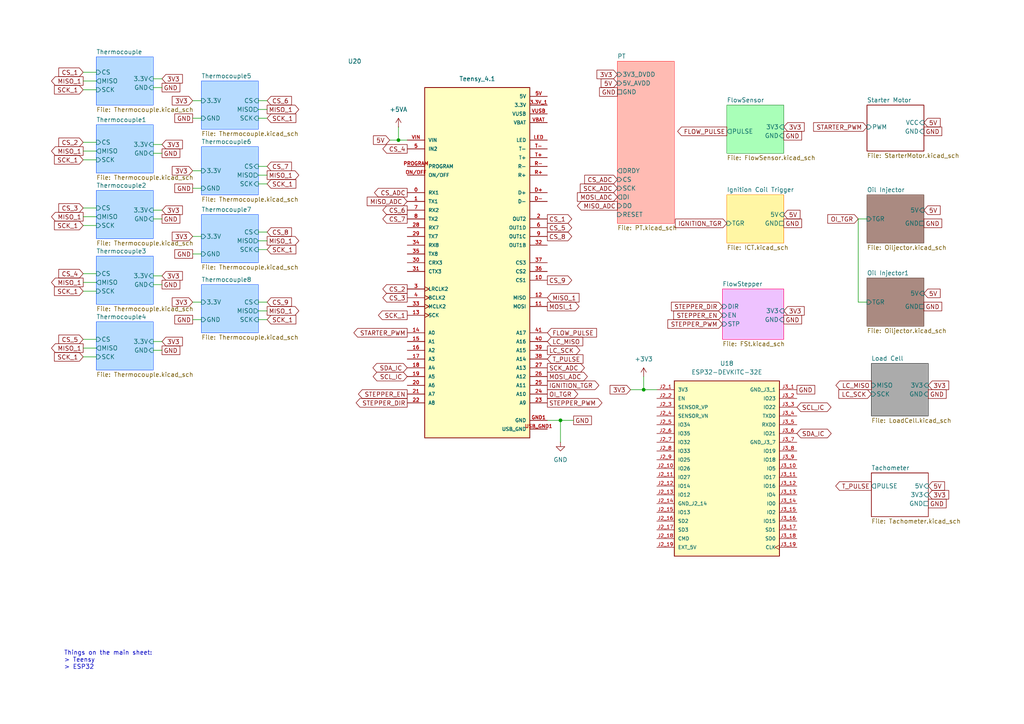
<source format=kicad_sch>
(kicad_sch (version 20250114) (generator "eeschema") (generator_version "9.0")
  (paper "A4")
  (title_block (title "ECU Motherboard") (date "2026-01-26") (rev "1") (company "Project Arka"))
  (lib_symbols
    (symbol "Additional_Components:ESP32-DEVKITC-32E" (pin_names (offset 1.016))
      (property "Reference" "U" (at -15.24 26.162 0))
      (property "Value" "ESP32-DEVKITC-32E" (at -15.24 -27.94 0))
      (symbol "ESP32-DEVKITC-32E_0_0"
        (rectangle (start -15.24 -25.4) (end 15.24 25.4) (stroke (width 0.254)) (fill (type background)))
        (pin power_in line (at -20.32 22.86 0) (length 5.08) (name "3V3") (number "J2_1"))
        (pin input line (at -20.32 20.32 0) (length 5.08) (name "EN") (number "J2_2"))
        (pin bidirectional line (at -20.32 17.78 0) (length 5.08) (name "SENSOR_VP") (number "J2_3"))
        (pin bidirectional line (at -20.32 15.24 0) (length 5.08) (name "SENSOR_VN") (number "J2_4"))
        (pin bidirectional line (at -20.32 12.7 0) (length 5.08) (name "IO34") (number "J2_5"))
        (pin bidirectional line (at -20.32 10.16 0) (length 5.08) (name "IO35") (number "J2_6"))
        (pin bidirectional line (at -20.32 7.62 0) (length 5.08) (name "IO32") (number "J2_7"))
        (pin bidirectional line (at -20.32 5.08 0) (length 5.08) (name "IO33") (number "J2_8"))
        (pin bidirectional line (at -20.32 2.54 0) (length 5.08) (name "IO25") (number "J2_9"))
        (pin bidirectional line (at -20.32 0 0) (length 5.08) (name "IO26") (number "J2_10"))
        (pin bidirectional line (at -20.32 -2.54 0) (length 5.08) (name "IO27") (number "J2_11"))
        (pin bidirectional line (at -20.32 -5.08 0) (length 5.08) (name "IO14") (number "J2_12"))
        (pin bidirectional line (at -20.32 -7.62 0) (length 5.08) (name "IO12") (number "J2_13"))
        (pin power_in line (at -20.32 -10.16 0) (length 5.08) (name "GND_J2_14") (number "J2_14"))
        (pin bidirectional line (at -20.32 -12.7 0) (length 5.08) (name "IO13") (number "J2_15"))
        (pin bidirectional line (at -20.32 -15.24 0) (length 5.08) (name "SD2") (number "J2_16"))
        (pin bidirectional line (at -20.32 -17.78 0) (length 5.08) (name "SD3") (number "J2_17"))
        (pin bidirectional line (at -20.32 -20.32 0) (length 5.08) (name "CMD") (number "J2_18"))
        (pin power_in line (at -20.32 -22.86 0) (length 5.08) (name "EXT_5V") (number "J2_19"))
        (pin power_in line (at 20.32 22.86 180) (length 5.08) (name "GND_J3_1") (number "J3_1"))
        (pin bidirectional line (at 20.32 20.32 180) (length 5.08) (name "IO23") (number "J3_2"))
        (pin bidirectional line (at 20.32 17.78 180) (length 5.08) (name "IO22") (number "J3_3"))
        (pin bidirectional line (at 20.32 15.24 180) (length 5.08) (name "TXD0") (number "J3_4"))
        (pin bidirectional line (at 20.32 12.7 180) (length 5.08) (name "RXD0") (number "J3_5"))
        (pin bidirectional line (at 20.32 10.16 180) (length 5.08) (name "IO21") (number "J3_6"))
        (pin power_in line (at 20.32 7.62 180) (length 5.08) (name "GND_J3_7") (number "J3_7"))
        (pin bidirectional line (at 20.32 5.08 180) (length 5.08) (name "IO19") (number "J3_8"))
        (pin bidirectional line (at 20.32 2.54 180) (length 5.08) (name "IO18") (number "J3_9"))
        (pin bidirectional line (at 20.32 0 180) (length 5.08) (name "IO5") (number "J3_10"))
        (pin bidirectional line (at 20.32 -2.54 180) (length 5.08) (name "IO17") (number "J3_11"))
        (pin bidirectional line (at 20.32 -5.08 180) (length 5.08) (name "IO16") (number "J3_12"))
        (pin bidirectional line (at 20.32 -7.62 180) (length 5.08) (name "IO4") (number "J3_13"))
        (pin bidirectional line (at 20.32 -10.16 180) (length 5.08) (name "IO0") (number "J3_14"))
        (pin bidirectional line (at 20.32 -12.7 180) (length 5.08) (name "IO2") (number "J3_15"))
        (pin bidirectional line (at 20.32 -15.24 180) (length 5.08) (name "IO15") (number "J3_16"))
        (pin bidirectional line (at 20.32 -17.78 180) (length 5.08) (name "SD1") (number "J3_17"))
        (pin bidirectional line (at 20.32 -20.32 180) (length 5.08) (name "SD0") (number "J3_18"))
        (pin bidirectional clock (at 20.32 -22.86 180) (length 5.08) (name "CLK") (number "J3_19"))
      )
    )
    (symbol "Additional_Components:Teensy_4.1" (pin_names (offset 1.016))
      (property "Reference" "U" (at -15.24 52.07 0))
      (property "Value" "Teensy_4.1" (at -15.24 -53.34 0))
      (symbol "Teensy_4.1_0_0"
        (rectangle (start -15.24 -50.8) (end 15.24 50.8) (stroke (width 0.254)) (fill (type background)))
        (pin input line (at -20.32 35.56 0) (length 5.08) (name "VIN") (number "VIN"))
        (pin bidirectional line (at -20.32 33.02 0) (length 5.08) (name "IN2") (number "5"))
        (pin bidirectional line (at -20.32 27.94 0) (length 5.08) (name "PROGRAM") (number "PROGRAM"))
        (pin bidirectional line (at -20.32 25.4 0) (length 5.08) (name "ON/OFF") (number "ON/OFF"))
        (pin bidirectional line (at -20.32 20.32 0) (length 5.08) (name "RX1") (number "0"))
        (pin bidirectional line (at -20.32 17.78 0) (length 5.08) (name "TX1") (number "1"))
        (pin bidirectional line (at -20.32 15.24 0) (length 5.08) (name "RX2") (number "7"))
        (pin bidirectional line (at -20.32 12.7 0) (length 5.08) (name "TX2") (number "8"))
        (pin bidirectional line (at -20.32 10.16 0) (length 5.08) (name "RX7") (number "28"))
        (pin bidirectional line (at -20.32 7.62 0) (length 5.08) (name "TX7") (number "29"))
        (pin bidirectional line (at -20.32 5.08 0) (length 5.08) (name "RX8") (number "34"))
        (pin bidirectional line (at -20.32 2.54 0) (length 5.08) (name "TX8") (number "35"))
        (pin bidirectional line (at -20.32 0 0) (length 5.08) (name "CRX3") (number "30"))
        (pin bidirectional line (at -20.32 -2.54 0) (length 5.08) (name "CTX3") (number "31"))
        (pin bidirectional clock (at -20.32 -7.62 0) (length 5.08) (name "LRCLK2") (number "3"))
        (pin bidirectional clock (at -20.32 -10.16 0) (length 5.08) (name "BCLK2") (number "4"))
        (pin bidirectional clock (at -20.32 -12.7 0) (length 5.08) (name "MCLK2") (number "33"))
        (pin bidirectional clock (at -20.32 -15.24 0) (length 5.08) (name "SCK") (number "13"))
        (pin bidirectional line (at -20.32 -20.32 0) (length 5.08) (name "A0") (number "14"))
        (pin bidirectional line (at -20.32 -22.86 0) (length 5.08) (name "A1") (number "15"))
        (pin bidirectional line (at -20.32 -25.4 0) (length 5.08) (name "A2") (number "16"))
        (pin bidirectional line (at -20.32 -27.94 0) (length 5.08) (name "A3") (number "17"))
        (pin bidirectional line (at -20.32 -30.48 0) (length 5.08) (name "A4") (number "18"))
        (pin bidirectional line (at -20.32 -33.02 0) (length 5.08) (name "A5") (number "19"))
        (pin bidirectional line (at -20.32 -35.56 0) (length 5.08) (name "A6") (number "20"))
        (pin bidirectional line (at -20.32 -38.1 0) (length 5.08) (name "A7") (number "21"))
        (pin bidirectional line (at -20.32 -40.64 0) (length 5.08) (name "A8") (number "22"))
        (pin power_in line (at 20.32 48.26 180) (length 5.08) (name "5V") (number "5V"))
        (pin power_in line (at 20.32 45.72 180) (length 5.08) (name "3.3V") (number "3.3V_1"))
        (pin power_in line (at 20.32 45.72 180) (length 5.08) (hide yes) (name "3.3V") (number "3.3V_2"))
        (pin power_in line (at 20.32 45.72 180) (length 5.08) (hide yes) (name "3.3V") (number "3.3V_3"))
        (pin passive line (at 20.32 43.18 180) (length 5.08) (name "VUSB") (number "VUSB"))
        (pin passive line (at 20.32 40.64 180) (length 5.08) (name "VBAT") (number "VBAT"))
        (pin bidirectional line (at 20.32 35.56 180) (length 5.08) (name "LED") (number "LED"))
        (pin bidirectional line (at 20.32 33.02 180) (length 5.08) (name "T-") (number "T-"))
        (pin bidirectional line (at 20.32 30.48 180) (length 5.08) (name "T+") (number "T+"))
        (pin bidirectional line (at 20.32 27.94 180) (length 5.08) (name "R-") (number "R-"))
        (pin bidirectional line (at 20.32 25.4 180) (length 5.08) (name "R+") (number "R+"))
        (pin bidirectional line (at 20.32 20.32 180) (length 5.08) (name "D+") (number "D+"))
        (pin bidirectional line (at 20.32 17.78 180) (length 5.08) (name "D-") (number "D-"))
        (pin output line (at 20.32 12.7 180) (length 5.08) (name "OUT2") (number "2"))
        (pin output line (at 20.32 10.16 180) (length 5.08) (name "OUT1D") (number "6"))
        (pin output line (at 20.32 7.62 180) (length 5.08) (name "OUT1C") (number "9"))
        (pin output line (at 20.32 5.08 180) (length 5.08) (name "OUT1B") (number "32"))
        (pin bidirectional line (at 20.32 0 180) (length 5.08) (name "CS3") (number "37"))
        (pin bidirectional line (at 20.32 -2.54 180) (length 5.08) (name "CS2") (number "36"))
        (pin bidirectional line (at 20.32 -5.08 180) (length 5.08) (name "CS1") (number "10"))
        (pin bidirectional line (at 20.32 -10.16 180) (length 5.08) (name "MISO") (number "12"))
        (pin bidirectional line (at 20.32 -12.7 180) (length 5.08) (name "MOSI") (number "11"))
        (pin bidirectional line (at 20.32 -20.32 180) (length 5.08) (name "A17") (number "41"))
        (pin bidirectional line (at 20.32 -22.86 180) (length 5.08) (name "A16") (number "40"))
        (pin bidirectional line (at 20.32 -25.4 180) (length 5.08) (name "A15") (number "39"))
        (pin bidirectional line (at 20.32 -27.94 180) (length 5.08) (name "A14") (number "38"))
        (pin bidirectional line (at 20.32 -30.48 180) (length 5.08) (name "A13") (number "27"))
        (pin bidirectional line (at 20.32 -33.02 180) (length 5.08) (name "A12") (number "26"))
        (pin bidirectional line (at 20.32 -35.56 180) (length 5.08) (name "A11") (number "25"))
        (pin bidirectional line (at 20.32 -38.1 180) (length 5.08) (name "A10") (number "24"))
        (pin bidirectional line (at 20.32 -40.64 180) (length 5.08) (name "A9") (number "23"))
        (pin power_in line (at 20.32 -45.72 180) (length 5.08) (name "GND") (number "GND1"))
        (pin power_in line (at 20.32 -45.72 180) (length 5.08) (hide yes) (name "GND") (number "GND2"))
        (pin power_in line (at 20.32 -45.72 180) (length 5.08) (hide yes) (name "GND") (number "GND3"))
        (pin power_in line (at 20.32 -45.72 180) (length 5.08) (hide yes) (name "GND") (number "GND4"))
        (pin power_in line (at 20.32 -45.72 180) (length 5.08) (hide yes) (name "GND") (number "GND5"))
        (pin power_in line (at 20.32 -48.26 180) (length 5.08) (name "USB_GND") (number "USB_GND1"))
        (pin power_in line (at 20.32 -48.26 180) (length 5.08) (hide yes) (name "USB_GND") (number "USB_GND2"))
      )
    )
    (symbol "power:+3V3" (power) (pin_numbers (hide yes)) (pin_names (offset 0) (hide yes))
      (property "Value" "+3V3" (at 0 3.556 0))
      (symbol "+3V3_0_1"
        (polyline (pts (xy -0.762 1.27) (xy 0 2.54)))
        (polyline (pts (xy 0 2.54) (xy 0.762 1.27)))
        (polyline (pts (xy 0 0) (xy 0 2.54)))
      )
      (symbol "+3V3_1_1"
        (pin power_in line (at 0 0 90) (length 0) (name "~") (number "1"))
      )
    )
    (symbol "power:+5VA" (power) (pin_numbers (hide yes)) (pin_names (offset 0) (hide yes))
      (property "Value" "+5VA" (at 0 3.556 0))
      (symbol "+5VA_0_1"
        (polyline (pts (xy -0.762 1.27) (xy 0 2.54)))
        (polyline (pts (xy 0 2.54) (xy 0.762 1.27)))
        (polyline (pts (xy 0 0) (xy 0 2.54)))
      )
      (symbol "+5VA_1_1"
        (pin power_in line (at 0 0 90) (length 0) (name "~") (number "1"))
      )
    )
    (symbol "power:GND" (power) (pin_numbers (hide yes)) (pin_names (offset 0) (hide yes))
      (property "Value" "GND" (at 0 -3.81 0))
      (symbol "GND_0_1"
        (polyline (pts (xy 0 0) (xy 0 -1.27) (xy 1.27 -1.27) (xy 0 -2.54) (xy -1.27 -1.27) (xy 0 -1.27)))
      )
      (symbol "GND_1_1"
        (pin power_in line (at 0 0 270) (length 0) (name "~") (number "1"))
      )
    )
  )
  (text "Things on the main sheet:\n> Teensy\n> ESP32\n" (at 18.542 191.516 0) (effects (font (size 1.27 1.27)) (justify left)))
  (junction (at 186.69 113.03))
  (junction (at 115.57 40.64))
  (junction (at 162.56 121.92))
  (wire (pts (xy 44.45 80.01) (xy 46.99 80.01)))
  (wire (pts (xy 24.13 79.375) (xy 27.94 79.375)))
  (wire (pts (xy 24.13 65.405) (xy 27.94 65.405)))
  (wire (pts (xy 248.92 87.63) (xy 251.46 87.63)))
  (wire (pts (xy 55.88 49.53) (xy 58.42 49.53)))
  (wire (pts (xy 55.88 87.63) (xy 58.42 87.63)))
  (wire (pts (xy 24.13 41.275) (xy 27.94 41.275)))
  (wire (pts (xy 44.45 41.91) (xy 46.99 41.91)))
  (wire (pts (xy 74.93 34.29) (xy 77.47 34.29)))
  (wire (pts (xy 24.13 46.355) (xy 27.94 46.355)))
  (wire (pts (xy 162.56 121.92) (xy 158.75 121.92)))
  (wire (pts (xy 74.93 50.8) (xy 77.47 50.8)))
  (wire (pts (xy 46.99 25.4) (xy 44.45 25.4)))
  (wire (pts (xy 248.92 63.5) (xy 248.92 87.63)))
  (wire (pts (xy 162.56 121.92) (xy 162.56 128.27)))
  (wire (pts (xy 44.45 99.06) (xy 46.99 99.06)))
  (wire (pts (xy 74.93 72.39) (xy 77.47 72.39)))
  (wire (pts (xy 166.37 121.92) (xy 162.56 121.92)))
  (wire (pts (xy 24.13 103.505) (xy 27.94 103.505)))
  (wire (pts (xy 74.93 92.71) (xy 77.47 92.71)))
  (wire (pts (xy 74.93 69.85) (xy 77.47 69.85)))
  (wire (pts (xy 74.93 90.17) (xy 77.47 90.17)))
  (wire (pts (xy 24.13 26.035) (xy 27.94 26.035)))
  (wire (pts (xy 24.13 81.915) (xy 27.94 81.915)))
  (wire (pts (xy 44.45 82.55) (xy 46.99 82.55)))
  (wire (pts (xy 44.45 63.5) (xy 46.99 63.5)))
  (wire (pts (xy 24.13 62.865) (xy 27.94 62.865)))
  (wire (pts (xy 74.93 87.63) (xy 77.47 87.63)))
  (wire (pts (xy 186.69 113.03) (xy 190.5 113.03)))
  (wire (pts (xy 74.93 67.31) (xy 77.47 67.31)))
  (wire (pts (xy 55.88 68.58) (xy 58.42 68.58)))
  (wire (pts (xy 186.69 109.22) (xy 186.69 113.03)))
  (wire (pts (xy 24.13 84.455) (xy 27.94 84.455)))
  (wire (pts (xy 115.57 40.64) (xy 118.11 40.64)))
  (wire (pts (xy 113.03 40.64) (xy 115.57 40.64)))
  (wire (pts (xy 74.93 48.26) (xy 77.47 48.26)))
  (wire (pts (xy 44.45 60.96) (xy 46.99 60.96)))
  (wire (pts (xy 74.93 53.34) (xy 77.47 53.34)))
  (wire (pts (xy 24.13 98.425) (xy 27.94 98.425)))
  (wire (pts (xy 55.88 29.21) (xy 58.42 29.21)))
  (wire (pts (xy 251.46 63.5) (xy 248.92 63.5)))
  (wire (pts (xy 24.13 60.325) (xy 27.94 60.325)))
  (wire (pts (xy 44.45 101.6) (xy 46.99 101.6)))
  (wire (pts (xy 74.93 31.75) (xy 77.47 31.75)))
  (wire (pts (xy 44.45 22.86) (xy 46.99 22.86)))
  (wire (pts (xy 55.88 54.61) (xy 58.42 54.61)))
  (wire (pts (xy 55.88 92.71) (xy 58.42 92.71)))
  (wire (pts (xy 115.57 36.83) (xy 115.57 40.64)))
  (wire (pts (xy 74.93 29.21) (xy 77.47 29.21)))
  (wire (pts (xy 24.13 43.815) (xy 27.94 43.815)))
  (wire (pts (xy 55.88 34.29) (xy 58.42 34.29)))
  (wire (pts (xy 24.13 100.965) (xy 27.94 100.965)))
  (wire (pts (xy 182.88 113.03) (xy 186.69 113.03)))
  (wire (pts (xy 55.88 73.66) (xy 58.42 73.66)))
  (wire (pts (xy 44.45 44.45) (xy 46.99 44.45)))
  (wire (pts (xy 24.13 23.495) (xy 27.94 23.495)))
  (wire (pts (xy 24.13 20.955) (xy 27.94 20.955)))
  (global_label "GND" (shape passive) (at 269.24 146.05 0) (property "Intersheetrefs" "${INTERSHEET_REFS}" (effects (hide yes))))
  (global_label "GND" (shape passive) (at 227.33 92.71 0) (property "Intersheetrefs" "${INTERSHEET_REFS}" (effects (hide yes))))
  (global_label "STEPPER_DIR" (shape input) (at 209.55 88.9 180) (property "Intersheetrefs" "${INTERSHEET_REFS}" (effects (hide yes))))
  (global_label "MISO_1" (shape input) (at 158.75 86.36 0) (property "Intersheetrefs" "${INTERSHEET_REFS}" (effects (hide yes))))
  (global_label "MISO_1" (shape output) (at 24.13 62.865 180) (property "Intersheetrefs" "${INTERSHEET_REFS}" (effects (hide yes))))
  (global_label "GND" (shape passive) (at 55.88 92.71 180) (property "Intersheetrefs" "${INTERSHEET_REFS}" (effects (hide yes))))
  (global_label "CS_ADC" (shape input) (at 179.07 52.07 180) (property "Intersheetrefs" "${INTERSHEET_REFS}" (effects (hide yes))))
  (global_label "3V3" (shape input) (at 179.07 21.59 180) (property "Intersheetrefs" "${INTERSHEET_REFS}" (effects (hide yes))))
  (global_label "MISO_ADC" (shape input) (at 118.11 58.42 180) (property "Intersheetrefs" "${INTERSHEET_REFS}" (effects (hide yes))))
  (global_label "GND" (shape passive) (at 55.88 73.66 180) (property "Intersheetrefs" "${INTERSHEET_REFS}" (effects (hide yes))))
  (global_label "SCK_1" (shape input) (at 24.13 26.035 180) (property "Intersheetrefs" "${INTERSHEET_REFS}" (effects (hide yes))))
  (global_label "3V3" (shape input) (at 55.88 49.53 180) (property "Intersheetrefs" "${INTERSHEET_REFS}" (effects (hide yes))))
  (global_label "3V3" (shape input) (at 182.88 113.03 180) (property "Intersheetrefs" "${INTERSHEET_REFS}" (effects (hide yes))))
  (global_label "GND" (shape passive) (at 267.97 88.9 0) (property "Intersheetrefs" "${INTERSHEET_REFS}" (effects (hide yes))))
  (global_label "STEPPER_PWM" (shape output) (at 158.75 116.84 0) (property "Intersheetrefs" "${INTERSHEET_REFS}" (effects (hide yes))))
  (global_label "CS_6" (shape output) (at 118.11 60.96 180) (property "Intersheetrefs" "${INTERSHEET_REFS}" (effects (hide yes))))
  (global_label "FLOW_PULSE" (shape output) (at 210.82 38.1 180) (property "Intersheetrefs" "${INTERSHEET_REFS}" (effects (hide yes))))
  (global_label "CS_9" (shape output) (at 158.75 81.28 0) (property "Intersheetrefs" "${INTERSHEET_REFS}" (effects (hide yes))))
  (global_label "STARTER_PWM" (shape output) (at 118.11 96.52 180) (property "Intersheetrefs" "${INTERSHEET_REFS}" (effects (hide yes))))
  (global_label "3V3" (shape input) (at 269.24 111.76 0) (property "Intersheetrefs" "${INTERSHEET_REFS}" (effects (hide yes))))
  (global_label "MISO_1" (shape output) (at 77.47 90.17 0) (property "Intersheetrefs" "${INTERSHEET_REFS}" (effects (hide yes))))
  (global_label "OI_TGR" (shape output) (at 158.75 114.3 0) (property "Intersheetrefs" "${INTERSHEET_REFS}" (effects (hide yes))))
  (global_label "3V3" (shape input) (at 46.99 60.96 0) (property "Intersheetrefs" "${INTERSHEET_REFS}" (effects (hide yes))))
  (global_label "3V3" (shape input) (at 46.99 41.91 0) (property "Intersheetrefs" "${INTERSHEET_REFS}" (effects (hide yes))))
  (global_label "5V" (shape input) (at 227.33 62.23 0) (property "Intersheetrefs" "${INTERSHEET_REFS}" (effects (hide yes))))
  (global_label "LC_MISO" (shape output) (at 252.73 111.76 180) (property "Intersheetrefs" "${INTERSHEET_REFS}" (effects (hide yes))))
  (global_label "IGNITION_TGR" (shape output) (at 158.75 111.76 0) (property "Intersheetrefs" "${INTERSHEET_REFS}" (effects (hide yes))))
  (global_label "CS_8" (shape input) (at 77.47 67.31 0) (property "Intersheetrefs" "${INTERSHEET_REFS}" (effects (hide yes))))
  (global_label "CS_6" (shape input) (at 77.47 29.21 0) (property "Intersheetrefs" "${INTERSHEET_REFS}" (effects (hide yes))))
  (global_label "SDA_IC" (shape bidirectional) (at 118.11 106.68 180) (property "Intersheetrefs" "${INTERSHEET_REFS}" (effects (hide yes))))
  (global_label "MOSI_ADC" (shape output) (at 158.75 109.22 0) (property "Intersheetrefs" "${INTERSHEET_REFS}" (effects (hide yes))))
  (global_label "CS_2" (shape input) (at 24.13 41.275 180) (property "Intersheetrefs" "${INTERSHEET_REFS}" (effects (hide yes))))
  (global_label "SCK_1" (shape output) (at 118.11 91.44 180) (property "Intersheetrefs" "${INTERSHEET_REFS}" (effects (hide yes))))
  (global_label "SCK_ADC" (shape input) (at 179.07 54.61 180) (property "Intersheetrefs" "${INTERSHEET_REFS}" (effects (hide yes))))
  (global_label "MISO_1" (shape output) (at 24.13 81.915 180) (property "Intersheetrefs" "${INTERSHEET_REFS}" (effects (hide yes))))
  (global_label "3V3" (shape input) (at 227.33 90.17 0) (property "Intersheetrefs" "${INTERSHEET_REFS}" (effects (hide yes))))
  (global_label "3V3" (shape input) (at 46.99 22.86 0) (property "Intersheetrefs" "${INTERSHEET_REFS}" (effects (hide yes))))
  (global_label "MOSI_1" (shape output) (at 158.75 88.9 0) (property "Intersheetrefs" "${INTERSHEET_REFS}" (effects (hide yes))))
  (global_label "LC_SCK" (shape input) (at 252.73 114.3 180) (property "Intersheetrefs" "${INTERSHEET_REFS}" (effects (hide yes))))
  (global_label "GND" (shape passive) (at 46.99 25.4 0) (property "Intersheetrefs" "${INTERSHEET_REFS}" (effects (hide yes))))
  (global_label "STEPPER_PWM" (shape input) (at 209.55 93.98 180) (property "Intersheetrefs" "${INTERSHEET_REFS}" (effects (hide yes))))
  (global_label "5V" (shape input) (at 269.24 140.97 0) (property "Intersheetrefs" "${INTERSHEET_REFS}" (effects (hide yes))))
  (global_label "CS_2" (shape output) (at 118.11 83.82 180) (property "Intersheetrefs" "${INTERSHEET_REFS}" (effects (hide yes))))
  (global_label "GND" (shape passive) (at 227.33 64.77 0) (property "Intersheetrefs" "${INTERSHEET_REFS}" (effects (hide yes))))
  (global_label "CS_4" (shape input) (at 24.13 79.375 180) (property "Intersheetrefs" "${INTERSHEET_REFS}" (effects (hide yes))))
  (global_label "5V" (shape input) (at 267.97 35.56 0) (property "Intersheetrefs" "${INTERSHEET_REFS}" (effects (hide yes))))
  (global_label "MISO_1" (shape output) (at 77.47 31.75 0) (property "Intersheetrefs" "${INTERSHEET_REFS}" (effects (hide yes))))
  (global_label "GND" (shape passive) (at 267.97 38.1 0) (property "Intersheetrefs" "${INTERSHEET_REFS}" (effects (hide yes))))
  (global_label "GND" (shape passive) (at 179.07 26.67 180) (property "Intersheetrefs" "${INTERSHEET_REFS}" (effects (hide yes))))
  (global_label "5V" (shape input) (at 267.97 60.96 0) (property "Intersheetrefs" "${INTERSHEET_REFS}" (effects (hide yes))))
  (global_label "GND" (shape passive) (at 46.99 101.6 0) (property "Intersheetrefs" "${INTERSHEET_REFS}" (effects (hide yes))))
  (global_label "GND" (shape passive) (at 55.88 54.61 180) (property "Intersheetrefs" "${INTERSHEET_REFS}" (effects (hide yes))))
  (global_label "CS_5" (shape input) (at 24.13 98.425 180) (property "Intersheetrefs" "${INTERSHEET_REFS}" (effects (hide yes))))
  (global_label "IGNITION_TGR" (shape input) (at 210.82 64.77 180) (property "Intersheetrefs" "${INTERSHEET_REFS}" (effects (hide yes))))
  (global_label "GND" (shape passive) (at 166.37 121.92 0) (property "Intersheetrefs" "${INTERSHEET_REFS}" (effects (hide yes))))
  (global_label "CS_7" (shape input) (at 77.47 48.26 0) (property "Intersheetrefs" "${INTERSHEET_REFS}" (effects (hide yes))))
  (global_label "SCK_1" (shape input) (at 77.47 92.71 0) (property "Intersheetrefs" "${INTERSHEET_REFS}" (effects (hide yes))))
  (global_label "T_PULSE" (shape input) (at 158.75 104.14 0) (property "Intersheetrefs" "${INTERSHEET_REFS}" (effects (hide yes))))
  (global_label "3V3" (shape input) (at 227.33 36.83 0) (property "Intersheetrefs" "${INTERSHEET_REFS}" (effects (hide yes))))
  (global_label "3V3" (shape input) (at 55.88 68.58 180) (property "Intersheetrefs" "${INTERSHEET_REFS}" (effects (hide yes))))
  (global_label "SCL_IC" (shape bidirectional) (at 118.11 109.22 180) (property "Intersheetrefs" "${INTERSHEET_REFS}" (effects (hide yes))))
  (global_label "GND" (shape passive) (at 267.97 64.77 0) (property "Intersheetrefs" "${INTERSHEET_REFS}" (effects (hide yes))))
  (global_label "GND" (shape passive) (at 46.99 44.45 0) (property "Intersheetrefs" "${INTERSHEET_REFS}" (effects (hide yes))))
  (global_label "SCK_1" (shape input) (at 77.47 34.29 0) (property "Intersheetrefs" "${INTERSHEET_REFS}" (effects (hide yes))))
  (global_label "GND" (shape passive) (at 55.88 34.29 180) (property "Intersheetrefs" "${INTERSHEET_REFS}" (effects (hide yes))))
  (global_label "FLOW_PULSE" (shape input) (at 158.75 96.52 0) (property "Intersheetrefs" "${INTERSHEET_REFS}" (effects (hide yes))))
  (global_label "STARTER_PWM" (shape input) (at 251.46 36.83 180) (property "Intersheetrefs" "${INTERSHEET_REFS}" (effects (hide yes))))
  (global_label "SCK_1" (shape input) (at 24.13 46.355 180) (property "Intersheetrefs" "${INTERSHEET_REFS}" (effects (hide yes))))
  (global_label "3V3" (shape input) (at 55.88 87.63 180) (property "Intersheetrefs" "${INTERSHEET_REFS}" (effects (hide yes))))
  (global_label "STEPPER_DIR" (shape output) (at 118.11 116.84 180) (property "Intersheetrefs" "${INTERSHEET_REFS}" (effects (hide yes))))
  (global_label "GND" (shape passive) (at 269.24 114.3 0) (property "Intersheetrefs" "${INTERSHEET_REFS}" (effects (hide yes))))
  (global_label "5V" (shape input) (at 113.03 40.64 180) (property "Intersheetrefs" "${INTERSHEET_REFS}" (effects (hide yes))))
  (global_label "3V3" (shape input) (at 46.99 99.06 0) (property "Intersheetrefs" "${INTERSHEET_REFS}" (effects (hide yes))))
  (global_label "GND" (shape passive) (at 227.33 39.37 0) (property "Intersheetrefs" "${INTERSHEET_REFS}" (effects (hide yes))))
  (global_label "MOSI_ADC" (shape input) (at 179.07 57.15 180) (property "Intersheetrefs" "${INTERSHEET_REFS}" (effects (hide yes))))
  (global_label "MISO_ADC" (shape output) (at 179.07 59.69 180) (property "Intersheetrefs" "${INTERSHEET_REFS}" (effects (hide yes))))
  (global_label "T_PULSE" (shape output) (at 252.73 140.97 180) (property "Intersheetrefs" "${INTERSHEET_REFS}" (effects (hide yes))))
  (global_label "LC_SCK" (shape output) (at 158.75 101.6 0) (property "Intersheetrefs" "${INTERSHEET_REFS}" (effects (hide yes))))
  (global_label "CS_7" (shape output) (at 118.11 63.5 180) (property "Intersheetrefs" "${INTERSHEET_REFS}" (effects (hide yes))))
  (global_label "5V" (shape input) (at 179.07 24.13 180) (property "Intersheetrefs" "${INTERSHEET_REFS}" (effects (hide yes))))
  (global_label "SCK_ADC" (shape output) (at 158.75 106.68 0) (property "Intersheetrefs" "${INTERSHEET_REFS}" (effects (hide yes))))
  (global_label "GND" (shape passive) (at 231.14 113.03 0) (property "Intersheetrefs" "${INTERSHEET_REFS}" (effects (hide yes))))
  (global_label "SCK_1" (shape input) (at 24.13 103.505 180) (property "Intersheetrefs" "${INTERSHEET_REFS}" (effects (hide yes))))
  (global_label "MISO_1" (shape output) (at 77.47 69.85 0) (property "Intersheetrefs" "${INTERSHEET_REFS}" (effects (hide yes))))
  (global_label "CS_1" (shape input) (at 24.13 20.955 180) (property "Intersheetrefs" "${INTERSHEET_REFS}" (effects (hide yes))))
  (global_label "OI_TGR" (shape input) (at 248.92 63.5 180) (property "Intersheetrefs" "${INTERSHEET_REFS}" (effects (hide yes))))
  (global_label "5V" (shape input) (at 267.97 85.09 0) (property "Intersheetrefs" "${INTERSHEET_REFS}" (effects (hide yes))))
  (global_label "SCK_1" (shape input) (at 77.47 72.39 0) (property "Intersheetrefs" "${INTERSHEET_REFS}" (effects (hide yes))))
  (global_label "MISO_1" (shape output) (at 24.13 23.495 180) (property "Intersheetrefs" "${INTERSHEET_REFS}" (effects (hide yes))))
  (global_label "CS_8" (shape output) (at 158.75 68.58 0) (property "Intersheetrefs" "${INTERSHEET_REFS}" (effects (hide yes))))
  (global_label "CS_3" (shape input) (at 24.13 60.325 180) (property "Intersheetrefs" "${INTERSHEET_REFS}" (effects (hide yes))))
  (global_label "3V3" (shape input) (at 55.88 29.21 180) (property "Intersheetrefs" "${INTERSHEET_REFS}" (effects (hide yes))))
  (global_label "CS_9" (shape input) (at 77.47 87.63 0) (property "Intersheetrefs" "${INTERSHEET_REFS}" (effects (hide yes))))
  (global_label "CS_4" (shape output) (at 118.11 43.18 180) (property "Intersheetrefs" "${INTERSHEET_REFS}" (effects (hide yes))))
  (global_label "CS_3" (shape output) (at 118.11 86.36 180) (property "Intersheetrefs" "${INTERSHEET_REFS}" (effects (hide yes))))
  (global_label "MISO_1" (shape output) (at 77.47 50.8 0) (property "Intersheetrefs" "${INTERSHEET_REFS}" (effects (hide yes))))
  (global_label "CS_1" (shape output) (at 158.75 63.5 0) (property "Intersheetrefs" "${INTERSHEET_REFS}" (effects (hide yes))))
  (global_label "CS_ADC" (shape output) (at 118.11 55.88 180) (property "Intersheetrefs" "${INTERSHEET_REFS}" (effects (hide yes))))
  (global_label "STEPPER_EN" (shape input) (at 209.55 91.44 180) (property "Intersheetrefs" "${INTERSHEET_REFS}" (effects (hide yes))))
  (global_label "STEPPER_EN" (shape output) (at 118.11 114.3 180) (property "Intersheetrefs" "${INTERSHEET_REFS}" (effects (hide yes))))
  (global_label "3V3" (shape input) (at 269.24 143.51 0) (property "Intersheetrefs" "${INTERSHEET_REFS}" (effects (hide yes))))
  (global_label "SCK_1" (shape input) (at 77.47 53.34 0) (property "Intersheetrefs" "${INTERSHEET_REFS}" (effects (hide yes))))
  (global_label "SCK_1" (shape input) (at 24.13 84.455 180) (property "Intersheetrefs" "${INTERSHEET_REFS}" (effects (hide yes))))
  (global_label "SDA_IC" (shape bidirectional) (at 231.14 125.73 0) (property "Intersheetrefs" "${INTERSHEET_REFS}" (effects (hide yes))))
  (global_label "MISO_1" (shape output) (at 24.13 100.965 180) (property "Intersheetrefs" "${INTERSHEET_REFS}" (effects (hide yes))))
  (global_label "SCL_IC" (shape bidirectional) (at 231.14 118.11 0) (property "Intersheetrefs" "${INTERSHEET_REFS}" (effects (hide yes))))
  (global_label "3V3" (shape input) (at 46.99 80.01 0) (property "Intersheetrefs" "${INTERSHEET_REFS}" (effects (hide yes))))
  (global_label "GND" (shape passive) (at 46.99 63.5 0) (property "Intersheetrefs" "${INTERSHEET_REFS}" (effects (hide yes))))
  (global_label "CS_5" (shape output) (at 158.75 66.04 0) (property "Intersheetrefs" "${INTERSHEET_REFS}" (effects (hide yes))))
  (global_label "GND" (shape passive) (at 46.99 82.55 0) (property "Intersheetrefs" "${INTERSHEET_REFS}" (effects (hide yes))))
  (global_label "LC_MISO" (shape input) (at 158.75 99.06 0) (property "Intersheetrefs" "${INTERSHEET_REFS}" (effects (hide yes))))
  (global_label "SCK_1" (shape input) (at 24.13 65.405 180) (property "Intersheetrefs" "${INTERSHEET_REFS}" (effects (hide yes))))
  (global_label "MISO_1" (shape output) (at 24.13 43.815 180) (property "Intersheetrefs" "${INTERSHEET_REFS}" (effects (hide yes))))
  (symbol (lib_id "power:+3V3") (at 186.69 109.22 0) (unit 1)
    (property "Reference" "#PWR03" (effects (hide yes)))
    (property "Value" "+3V3" (at 186.69 104.14 0))
    (property "Description" "Power symbol creates a global label with name \"+3V3\"" (effects (hide yes)))
  )
  (symbol (lib_id "power:GND") (at 162.56 128.27 0) (unit 1)
    (property "Reference" "#PWR01" (effects (hide yes)))
    (property "Value" "GND" (at 162.56 133.35 0))
    (property "Description" "Power symbol creates a global label with name \"GND\" , ground" (effects (hide yes)))
  )
  (symbol (lib_id "Additional_Components:ESP32-DEVKITC-32E") (at 210.82 135.89 0) (unit 1)
    (property "Reference" "U18" (at 210.82 105.41 0))
    (property "Value" "ESP32-DEVKITC-32E" (at 210.82 107.95 0))
    (property "Footprint" "Additional_Components:MODULE_ESP32-DEVKITC-32E" (effects (hide yes)))
    (property "MF" "Espressif Systems" (effects (hide yes)))
    (property "Description_1" "The ESP32-DEVKITC-32E transceiver evaluation board from Espressif Systems is a powerful development tool for wireless communication technologies. It supports 802.11 b/g/n Wi-Fi and Bluetooth® Smart Ready 4.x (BLE) dual-mode at 2.4GHz, making it ideal for a variety of IoT applications. Equipped with a PCB antenna and 4MB flash, this board provides reliable connectivity and ample memory for developing and testing RF, RFID, and wireless solutions." (effects (hide yes)))
    (property "Package" "None" (effects (hide yes)))
    (property "Price" "None" (effects (hide yes)))
    (property "Check_prices" "https://www.snapeda.com/parts/ESP32-DEVKITC-32E/Espressif+Systems/view-part/?ref=eda" (effects (hide yes)))
    (property "STANDARD" "Manufacturer Recommendations" (effects (hide yes)))
    (property "PARTREV" "1.4" (effects (hide yes)))
    (property "SnapEDA_Link" "https://www.snapeda.com/parts/ESP32-DEVKITC-32E/Espressif+Systems/view-part/?ref=snap" (effects (hide yes)))
    (property "MP" "ESP32-DEVKITC-32E" (effects (hide yes)))
    (property "Availability" "In Stock" (effects (hide yes)))
    (property "MANUFACTURER" "Espressif Systems" (effects (hide yes)))
  )
  (symbol (lib_id "power:+5VA") (at 115.57 36.83 0) (unit 1)
    (property "Reference" "#PWR02" (effects (hide yes)))
    (property "Value" "+5VA" (at 115.57 31.75 0))
    (property "Description" "Power symbol creates a global label with name \"+5VA\"" (effects (hide yes)))
  )
  (symbol (lib_id "Additional_Components:Teensy_4.1") (at 138.43 76.2 0) (unit 1)
    (property "Reference" "U20" (at 102.87 17.78 0))
    (property "Value" "Teensy_4.1" (at 138.43 22.86 0))
    (property "Footprint" "Additional_Components:Teensy_4.1" (effects (hide yes)))
    (property "MF" "SparkFun Electronics" (effects (hide yes)))
    (property "MAXIMUM_PACKAGE_HEIGHT" "4.07mm" (effects (hide yes)))
    (property "Package" "None" (effects (hide yes)))
    (property "Price" "None" (effects (hide yes)))
    (property "Check_prices" "https://www.snapeda.com/parts/DEV-16771/SparkFun/view-part/?ref=eda" (effects (hide yes)))
    (property "STANDARD" "Manufacturer recommendations" (effects (hide yes)))
    (property "PARTREV" "4.1" (effects (hide yes)))
    (property "SnapEDA_Link" "https://www.snapeda.com/parts/DEV-16771/SparkFun/view-part/?ref=snap" (effects (hide yes)))
    (property "MP" "DEV-16771" (effects (hide yes)))
    (property "Description_1" "RT1062 Teensy 4.1 series ARM® Cortex®-M7 MPU Embedded Evaluation Board" (effects (hide yes)))
    (property "Availability" "In Stock" (effects (hide yes)))
    (property "MANUFACTURER" "SparkFun Electronics" (effects (hide yes)))
  )
  (sheet (at 210.82 30.48) (size 16.51 13.97) (stroke (width 0.1524) (color 51 146 57 1)) (fill (color 169 255 184 1.0000))
    (property "Sheetname" "FlowSensor" (at 210.82 29.7684 0) (effects (justify left bottom)))
    (property "Sheetfile" "FlowSensor.kicad_sch" (at 210.82 45.0346 0) (effects (justify left top)))
    (pin "3V3" input (at 227.33 36.83 0))
    (pin "GND" input (at 227.33 39.37 0))
    (pin "PULSE" output (at 210.82 38.1 180))
  )
  (sheet (at 27.94 93.345) (size 16.51 13.97) (stroke (width 0.1524) (color 42 97 255 1)) (fill (color 182 219 255 1.0000))
    (property "Sheetname" "Thermocouple4" (at 27.94 92.6334 0) (effects (justify left bottom)))
    (property "Sheetfile" "Thermocouple.kicad_sch" (at 27.94 107.8996 0) (effects (justify left top)))
    (pin "3.3V" input (at 44.45 99.06 0))
    (pin "CS" input (at 27.94 98.425 180))
    (pin "GND" input (at 44.45 101.6 0))
    (pin "MISO" output (at 27.94 100.965 180))
    (pin "SCK" input (at 27.94 103.505 180))
  )
  (sheet (at 27.94 36.195) (size 16.51 13.97) (stroke (width 0.1524) (color 42 97 255 1)) (fill (color 182 219 255 1.0000))
    (property "Sheetname" "Thermocouple1" (at 27.94 35.4834 0) (effects (justify left bottom)))
    (property "Sheetfile" "Thermocouple.kicad_sch" (at 27.94 50.7496 0) (effects (justify left top)))
    (pin "3.3V" input (at 44.45 41.91 0))
    (pin "CS" input (at 27.94 41.275 180))
    (pin "GND" input (at 44.45 44.45 0))
    (pin "MISO" output (at 27.94 43.815 180))
    (pin "SCK" input (at 27.94 46.355 180))
  )
  (sheet (at 251.46 30.48) (size 16.51 13.335) (stroke (width 0.1524))
    (property "Sheetname" "Starter Motor" (at 251.46 29.7684 0) (effects (justify left bottom)))
    (property "Sheetfile" "StarterMotor.kicad_sch" (at 251.46 44.3996 0) (effects (justify left top)))
    (pin "GND" input (at 267.97 38.1 0))
    (pin "PWM" input (at 251.46 36.83 180))
    (pin "VCC" input (at 267.97 35.56 0))
  )
  (sheet (at 179.07 17.78) (size 16.51 46.99) (stroke (width 0.1524) (color 255 66 73 1)) (fill (color 255 187 179 1.0000))
    (property "Sheetname" "PT" (at 179.07 17.0684 0) (effects (justify left bottom)))
    (property "Sheetfile" "PT.kicad_sch" (at 179.07 65.3546 0) (effects (justify left top)))
    (pin "DO" input (at 179.07 59.69 180))
    (pin "RESET" input (at 179.07 62.23 180))
    (pin "3V3_DVDD" input (at 179.07 21.59 180))
    (pin "DI" output (at 179.07 57.15 180))
    (pin "SCK" input (at 179.07 54.61 180))
    (pin "DRDY" output (at 179.07 49.53 180))
    (pin "5V_AVDD" input (at 179.07 24.13 180))
    (pin "GND" passive (at 179.07 26.67 180))
    (pin "CS" input (at 179.07 52.07 180))
  )
  (sheet (at 210.82 56.515) (size 16.51 13.97) (stroke (width 0.1524) (color 255 132 2 1)) (fill (color 255 246 164 1.0000))
    (property "Sheetname" "Ignition Coil Trigger" (at 210.82 55.753 0) (effects (justify left bottom)))
    (property "Sheetfile" "ICT.kicad_sch" (at 210.82 71.0696 0) (effects (justify left top)))
    (pin "GND" passive (at 227.33 64.77 0))
    (pin "5V" input (at 227.33 62.23 0))
    (pin "TGR" input (at 210.82 64.77 180))
  )
  (sheet (at 58.42 42.545) (size 16.51 13.97) (stroke (width 0.1524) (color 42 97 255 1)) (fill (color 182 219 255 1.0000))
    (property "Sheetname" "Thermocouple6" (at 58.42 41.8334 0) (effects (justify left bottom)))
    (property "Sheetfile" "Thermocouple.kicad_sch" (at 58.42 57.0996 0) (effects (justify left top)))
    (pin "3.3V" input (at 58.42 49.53 180))
    (pin "CS" input (at 74.93 48.26 0))
    (pin "GND" input (at 58.42 54.61 180))
    (pin "MISO" output (at 74.93 50.8 0))
    (pin "SCK" input (at 74.93 53.34 0))
  )
  (sheet (at 252.73 105.41) (size 16.51 15.24) (stroke (width 0.1524) (color 50 50 50 1)) (fill (color 171 171 171 1.0000))
    (property "Sheetname" "Load Cell" (at 252.73 104.6984 0) (effects (justify left bottom)))
    (property "Sheetfile" "LoadCell.kicad_sch" (at 252.73 121.2346 0) (effects (justify left top)))
    (pin "3V3" input (at 269.24 111.76 0))
    (pin "GND" input (at 269.24 114.3 0))
    (pin "MISO" input (at 252.73 111.76 180))
    (pin "SCK" input (at 252.73 114.3 180))
  )
  (sheet (at 251.46 80.645) (size 16.51 13.97) (stroke (width 0.1524) (color 94 60 49 1)) (fill (color 170 138 129 1.0000))
    (property "Sheetname" "Oil Injector1" (at 251.46 79.9334 0) (effects (justify left bottom)))
    (property "Sheetfile" "Oiljector.kicad_sch" (at 251.46 95.1996 0) (effects (justify left top)))
    (pin "TGR" input (at 251.46 87.63 180))
    (pin "5V" input (at 267.97 85.09 0))
    (pin "GND" passive (at 267.97 88.9 0))
  )
  (sheet (at 58.42 82.55) (size 16.51 13.97) (stroke (width 0.1524) (color 42 97 255 1)) (fill (color 182 219 255 1.0000))
    (property "Sheetname" "Thermocouple8" (at 58.42 81.8384 0) (effects (justify left bottom)))
    (property "Sheetfile" "Thermocouple.kicad_sch" (at 58.42 97.1046 0) (effects (justify left top)))
    (pin "3.3V" input (at 58.42 87.63 180))
    (pin "CS" input (at 74.93 87.63 0))
    (pin "GND" input (at 58.42 92.71 180))
    (pin "MISO" output (at 74.93 90.17 0))
    (pin "SCK" input (at 74.93 92.71 0))
  )
  (sheet (at 251.46 56.515) (size 16.51 13.97) (stroke (width 0.1524) (color 94 60 49 1)) (fill (color 170 138 129 1.0000))
    (property "Sheetname" "Oil Injector" (at 251.46 55.8034 0) (effects (justify left bottom)))
    (property "Sheetfile" "Oiljector.kicad_sch" (at 251.46 71.0696 0) (effects (justify left top)))
    (pin "TGR" input (at 251.46 63.5 180))
    (pin "5V" input (at 267.97 60.96 0))
    (pin "GND" passive (at 267.97 64.77 0))
  )
  (sheet (at 27.94 74.295) (size 16.51 13.97) (stroke (width 0.1524) (color 42 97 255 1)) (fill (color 182 219 255 1.0000))
    (property "Sheetname" "Thermocouple3" (at 27.94 73.5834 0) (effects (justify left bottom)))
    (property "Sheetfile" "Thermocouple.kicad_sch" (at 27.94 88.8496 0) (effects (justify left top)))
    (pin "3.3V" input (at 44.45 80.01 0))
    (pin "CS" input (at 27.94 79.375 180))
    (pin "GND" input (at 44.45 82.55 0))
    (pin "MISO" output (at 27.94 81.915 180))
    (pin "SCK" input (at 27.94 84.455 180))
  )
  (sheet (at 58.42 23.495) (size 16.51 13.97) (stroke (width 0.1524) (color 42 97 255 1)) (fill (color 182 219 255 1.0000))
    (property "Sheetname" "Thermocouple5" (at 58.42 22.7834 0) (effects (justify left bottom)))
    (property "Sheetfile" "Thermocouple.kicad_sch" (at 58.42 38.0496 0) (effects (justify left top)))
    (pin "3.3V" input (at 58.42 29.21 180))
    (pin "CS" input (at 74.93 29.21 0))
    (pin "GND" input (at 58.42 34.29 180))
    (pin "MISO" output (at 74.93 31.75 0))
    (pin "SCK" input (at 74.93 34.29 0))
  )
  (sheet (at 58.42 62.23) (size 16.51 13.97) (stroke (width 0.1524) (color 42 97 255 1)) (fill (color 182 219 255 1.0000))
    (property "Sheetname" "Thermocouple7" (at 58.42 61.5184 0) (effects (justify left bottom)))
    (property "Sheetfile" "Thermocouple.kicad_sch" (at 58.42 76.7846 0) (effects (justify left top)))
    (pin "3.3V" input (at 58.42 68.58 180))
    (pin "CS" input (at 74.93 67.31 0))
    (pin "GND" input (at 58.42 73.66 180))
    (pin "MISO" output (at 74.93 69.85 0))
    (pin "SCK" input (at 74.93 72.39 0))
  )
  (sheet (at 27.94 16.51) (size 16.51 13.97) (stroke (width 0.1524) (color 42 97 255 1)) (fill (color 182 219 255 1.0000))
    (property "Sheetname" "Thermocouple" (at 27.94 15.7984 0) (effects (justify left bottom)))
    (property "Sheetfile" "Thermocouple.kicad_sch" (at 27.94 31.0646 0) (effects (justify left top)))
    (pin "3.3V" input (at 44.45 22.86 0))
    (pin "CS" input (at 27.94 20.955 180))
    (pin "GND" input (at 44.45 25.4 0))
    (pin "MISO" output (at 27.94 23.495 180))
    (pin "SCK" input (at 27.94 26.035 180))
  )
  (sheet (at 252.73 137.16) (size 16.51 12.7) (stroke (width 0.1524))
    (property "Sheetname" "Tachometer" (at 252.73 136.4484 0) (effects (justify left bottom)))
    (property "Sheetfile" "Tachometer.kicad_sch" (at 252.73 150.4446 0) (effects (justify left top)))
    (pin "PULSE" output (at 252.73 140.97 180))
    (pin "5V" input (at 269.24 140.97 0))
    (pin "GND" passive (at 269.24 146.05 0))
    (pin "3V3" input (at 269.24 143.51 0))
  )
  (sheet (at 27.94 55.245) (size 16.51 13.97) (stroke (width 0.1524) (color 42 97 255 1)) (fill (color 182 219 255 1.0000))
    (property "Sheetname" "Thermocouple2" (at 27.94 54.5334 0) (effects (justify left bottom)))
    (property "Sheetfile" "Thermocouple.kicad_sch" (at 27.94 69.7996 0) (effects (justify left top)))
    (pin "3.3V" input (at 44.45 60.96 0))
    (pin "CS" input (at 27.94 60.325 180))
    (pin "GND" input (at 44.45 63.5 0))
    (pin "MISO" output (at 27.94 62.865 180))
    (pin "SCK" input (at 27.94 65.405 180))
  )
  (sheet (at 209.55 83.82) (size 17.78 14.605) (stroke (width 0.1524) (color 255 0 113 1)) (fill (color 238 194 255 1.0000))
    (property "Sheetname" "FlowStepper" (at 209.55 83.1084 0) (effects (justify left bottom)))
    (property "Sheetfile" "FSt.kicad_sch" (at 209.55 99.0096 0) (effects (justify left top)))
    (pin "3V3" input (at 227.33 90.17 0))
    (pin "DIR" input (at 209.55 88.9 180))
    (pin "EN" input (at 209.55 91.44 180))
    (pin "GND" input (at 227.33 92.71 0))
    (pin "STP" input (at 209.55 93.98 180))
  )
)
</source>
